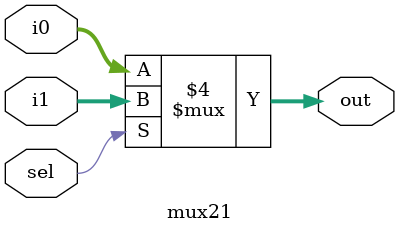
<source format=v>
module mux21(out,i0,i1,sel);
parameter width=32;
input sel;
input [width-1:0] i0,i1;
output [width-1:0] out;
reg [width-1:0] out;



always @(i0 or i1 or sel) begin
    if(sel==1'b1) out<=i1;
    else out<=i0;
end

endmodule
</source>
